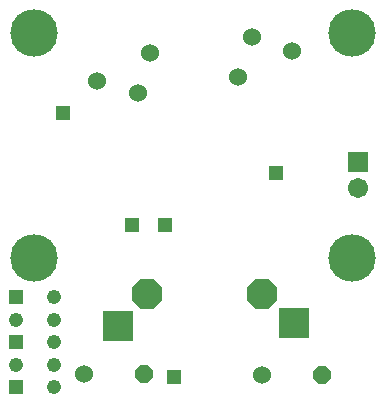
<source format=gbs>
G75*
%MOIN*%
%OFA0B0*%
%FSLAX24Y24*%
%IPPOS*%
%LPD*%
%AMOC8*
5,1,8,0,0,1.08239X$1,22.5*
%
%ADD10C,0.0600*%
%ADD11OC8,0.0600*%
%ADD12C,0.1582*%
%ADD13R,0.0671X0.0671*%
%ADD14R,0.1025X0.1025*%
%ADD15R,0.0476X0.0476*%
%ADD16C,0.0671*%
%ADD17OC8,0.1025*%
%ADD18C,0.0476*%
D10*
X031700Y014550D03*
X037650Y014500D03*
X033505Y023894D03*
X033911Y025248D03*
X032150Y024300D03*
X036837Y024455D03*
X038650Y025300D03*
X037321Y025784D03*
D11*
X039650Y014500D03*
X033700Y014550D03*
D12*
X030050Y018400D03*
X040650Y018400D03*
X040650Y025900D03*
X030050Y025900D03*
D13*
X040850Y021600D03*
D14*
X038700Y016250D03*
X032850Y016150D03*
D15*
X029450Y014100D03*
X029450Y015600D03*
X029450Y017100D03*
X033300Y019500D03*
X034400Y019500D03*
X038100Y021250D03*
X031000Y023250D03*
X034700Y014450D03*
D16*
X040850Y020750D03*
D17*
X037650Y017200D03*
X033800Y017200D03*
D18*
X030700Y017100D03*
X030700Y016350D03*
X030700Y015600D03*
X030700Y014850D03*
X030700Y014100D03*
X029450Y014850D03*
X029450Y016350D03*
M02*

</source>
